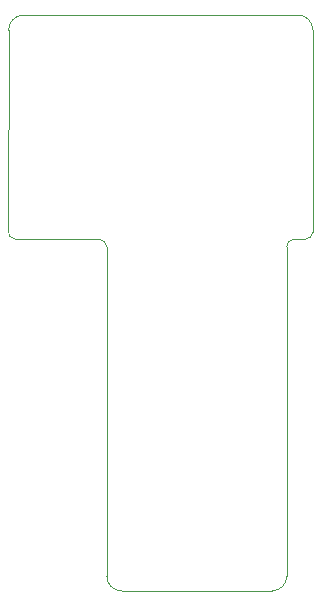
<source format=gbr>
%TF.GenerationSoftware,KiCad,Pcbnew,(6.0.5-0)*%
%TF.CreationDate,2022-07-24T01:31:31-06:00*%
%TF.ProjectId,esp-12-smd-to-dip,6573702d-3132-42d7-936d-642d746f2d64,rev?*%
%TF.SameCoordinates,Original*%
%TF.FileFunction,Profile,NP*%
%FSLAX46Y46*%
G04 Gerber Fmt 4.6, Leading zero omitted, Abs format (unit mm)*
G04 Created by KiCad (PCBNEW (6.0.5-0)) date 2022-07-24 01:31:31*
%MOMM*%
%LPD*%
G01*
G04 APERTURE LIST*
%TA.AperFunction,Profile*%
%ADD10C,0.100000*%
%TD*%
G04 APERTURE END LIST*
D10*
X137150974Y-64193987D02*
X137482013Y-64193987D01*
X135881813Y-64838013D02*
X135906374Y-92700974D01*
X120649187Y-64838013D02*
G75*
G03*
X120014161Y-64203013I-634987J13D01*
G01*
X137482013Y-64194013D02*
G75*
G03*
X138117013Y-63558987I-13J635013D01*
G01*
X136837987Y-45212000D02*
X113615039Y-45221026D01*
X136516813Y-64203013D02*
X137150974Y-64193987D01*
X112885201Y-64195125D02*
X119380000Y-64193987D01*
X138108000Y-46482000D02*
G75*
G03*
X136837987Y-45212000I-1270000J0D01*
G01*
X120649161Y-64838013D02*
X120659026Y-92710000D01*
X119380000Y-64193987D02*
X120014161Y-64203013D01*
X112318779Y-63490262D02*
G75*
G03*
X112885201Y-64195125I635621J-69238D01*
G01*
X120659000Y-92710000D02*
G75*
G03*
X121929026Y-93980000I1270000J0D01*
G01*
X138117013Y-63558987D02*
X138107987Y-46482000D01*
X113615039Y-45221039D02*
G75*
G03*
X112345039Y-46491026I-39J-1269961D01*
G01*
X136516813Y-64203013D02*
G75*
G03*
X135881813Y-64838013I-13J-634987D01*
G01*
X121929026Y-93980000D02*
X134636374Y-93970974D01*
X112318800Y-63490264D02*
X112345039Y-46491026D01*
X134636374Y-93970974D02*
G75*
G03*
X135906374Y-92700974I26J1269974D01*
G01*
M02*

</source>
